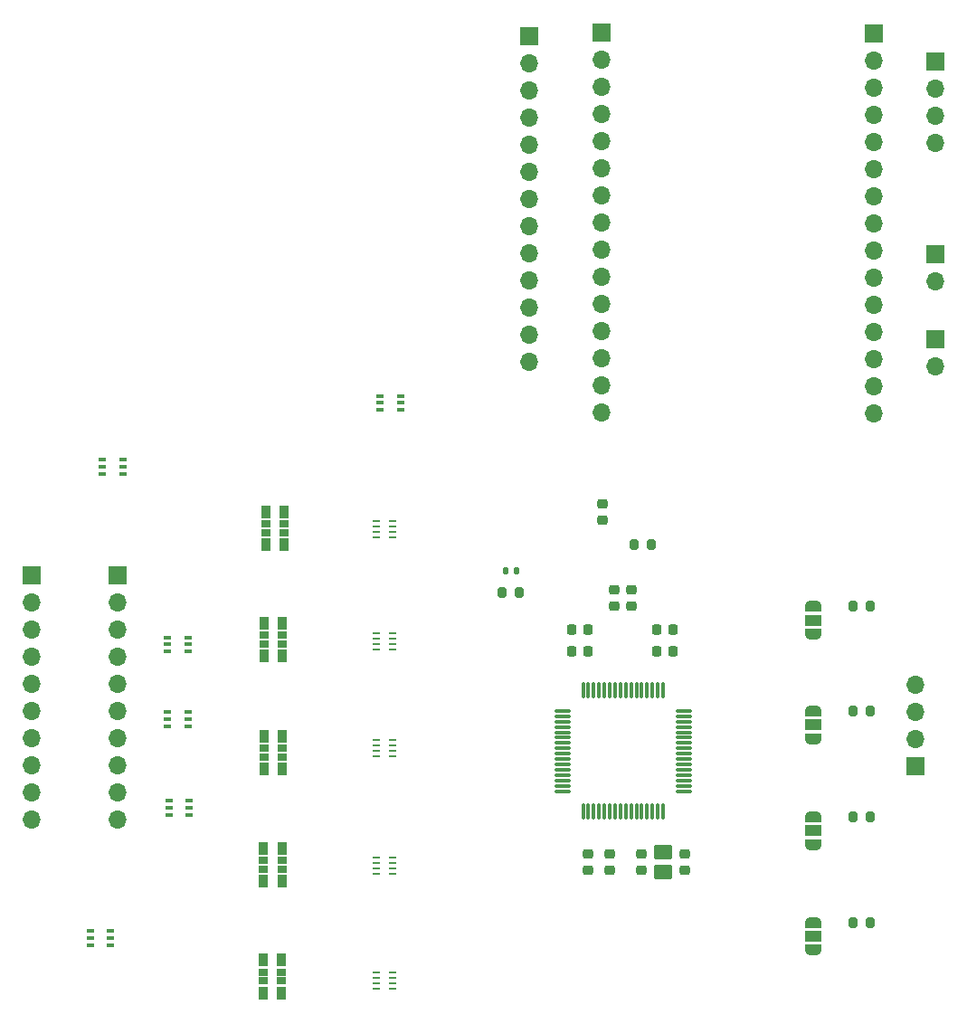
<source format=gbr>
%TF.GenerationSoftware,KiCad,Pcbnew,8.0.5*%
%TF.CreationDate,2025-02-18T14:06:23-08:00*%
%TF.ProjectId,eegw:ads1299,65656777-3a61-4647-9331-3239392e6b69,rev?*%
%TF.SameCoordinates,Original*%
%TF.FileFunction,Soldermask,Top*%
%TF.FilePolarity,Negative*%
%FSLAX46Y46*%
G04 Gerber Fmt 4.6, Leading zero omitted, Abs format (unit mm)*
G04 Created by KiCad (PCBNEW 8.0.5) date 2025-02-18 14:06:23*
%MOMM*%
%LPD*%
G01*
G04 APERTURE LIST*
G04 Aperture macros list*
%AMRoundRect*
0 Rectangle with rounded corners*
0 $1 Rounding radius*
0 $2 $3 $4 $5 $6 $7 $8 $9 X,Y pos of 4 corners*
0 Add a 4 corners polygon primitive as box body*
4,1,4,$2,$3,$4,$5,$6,$7,$8,$9,$2,$3,0*
0 Add four circle primitives for the rounded corners*
1,1,$1+$1,$2,$3*
1,1,$1+$1,$4,$5*
1,1,$1+$1,$6,$7*
1,1,$1+$1,$8,$9*
0 Add four rect primitives between the rounded corners*
20,1,$1+$1,$2,$3,$4,$5,0*
20,1,$1+$1,$4,$5,$6,$7,0*
20,1,$1+$1,$6,$7,$8,$9,0*
20,1,$1+$1,$8,$9,$2,$3,0*%
%AMFreePoly0*
4,1,19,0.550000,-0.750000,0.000000,-0.750000,0.000000,-0.744911,-0.071157,-0.744911,-0.207708,-0.704816,-0.327430,-0.627875,-0.420627,-0.520320,-0.479746,-0.390866,-0.500000,-0.250000,-0.500000,0.250000,-0.479746,0.390866,-0.420627,0.520320,-0.327430,0.627875,-0.207708,0.704816,-0.071157,0.744911,0.000000,0.744911,0.000000,0.750000,0.550000,0.750000,0.550000,-0.750000,0.550000,-0.750000,
$1*%
%AMFreePoly1*
4,1,19,0.000000,0.744911,0.071157,0.744911,0.207708,0.704816,0.327430,0.627875,0.420627,0.520320,0.479746,0.390866,0.500000,0.250000,0.500000,-0.250000,0.479746,-0.390866,0.420627,-0.520320,0.327430,-0.627875,0.207708,-0.704816,0.071157,-0.744911,0.000000,-0.744911,0.000000,-0.750000,-0.550000,-0.750000,-0.550000,0.750000,0.000000,0.750000,0.000000,0.744911,0.000000,0.744911,
$1*%
G04 Aperture macros list end*
%ADD10RoundRect,0.218750X0.256250X-0.218750X0.256250X0.218750X-0.256250X0.218750X-0.256250X-0.218750X0*%
%ADD11RoundRect,0.102000X-0.740000X0.550000X-0.740000X-0.550000X0.740000X-0.550000X0.740000X0.550000X0*%
%ADD12RoundRect,0.140000X-0.140000X-0.170000X0.140000X-0.170000X0.140000X0.170000X-0.140000X0.170000X0*%
%ADD13R,1.700000X1.700000*%
%ADD14O,1.700000X1.700000*%
%ADD15RoundRect,0.075000X-0.662500X-0.075000X0.662500X-0.075000X0.662500X0.075000X-0.662500X0.075000X0*%
%ADD16RoundRect,0.075000X-0.075000X-0.662500X0.075000X-0.662500X0.075000X0.662500X-0.075000X0.662500X0*%
%ADD17RoundRect,0.225000X0.225000X0.250000X-0.225000X0.250000X-0.225000X-0.250000X0.225000X-0.250000X0*%
%ADD18R,0.965200X1.244600*%
%ADD19R,0.965200X0.660400*%
%ADD20RoundRect,0.200000X-0.200000X-0.275000X0.200000X-0.275000X0.200000X0.275000X-0.200000X0.275000X0*%
%ADD21FreePoly0,90.000000*%
%ADD22R,1.500000X1.000000*%
%ADD23FreePoly1,90.000000*%
%ADD24R,0.685800X0.152400*%
%ADD25RoundRect,0.100000X0.225000X0.100000X-0.225000X0.100000X-0.225000X-0.100000X0.225000X-0.100000X0*%
%ADD26RoundRect,0.100000X-0.225000X-0.100000X0.225000X-0.100000X0.225000X0.100000X-0.225000X0.100000X0*%
%ADD27RoundRect,0.225000X0.250000X-0.225000X0.250000X0.225000X-0.250000X0.225000X-0.250000X-0.225000X0*%
%ADD28RoundRect,0.225000X-0.250000X0.225000X-0.250000X-0.225000X0.250000X-0.225000X0.250000X0.225000X0*%
%ADD29RoundRect,0.200000X0.200000X0.275000X-0.200000X0.275000X-0.200000X-0.275000X0.200000X-0.275000X0*%
G04 APERTURE END LIST*
D10*
%TO.C,FB1*%
X149800000Y-104587500D03*
X149800000Y-103012500D03*
%TD*%
D11*
%TO.C,C14*%
X155500000Y-135637000D03*
X155500000Y-137463000D03*
%TD*%
D12*
%TO.C,C4*%
X140782500Y-109325000D03*
X141742500Y-109325000D03*
%TD*%
D13*
%TO.C,J2*%
X142937500Y-59262500D03*
D14*
X142937500Y-61802500D03*
X142937500Y-64342500D03*
X142937500Y-66882500D03*
X142937500Y-69422500D03*
X142937500Y-71962500D03*
X142937500Y-74502500D03*
X142937500Y-77042500D03*
X142937500Y-79582500D03*
X142937500Y-82122500D03*
X142937500Y-84662500D03*
X142937500Y-87202500D03*
X142937500Y-89742500D03*
%TD*%
D15*
%TO.C,U6*%
X146087500Y-122412500D03*
X146087500Y-122912500D03*
X146087500Y-123412500D03*
X146087500Y-123912500D03*
X146087500Y-124412500D03*
X146087500Y-124912500D03*
X146087500Y-125412500D03*
X146087500Y-125912500D03*
X146087500Y-126412500D03*
X146087500Y-126912500D03*
X146087500Y-127412500D03*
X146087500Y-127912500D03*
X146087500Y-128412500D03*
X146087500Y-128912500D03*
X146087500Y-129412500D03*
X146087500Y-129912500D03*
D16*
X148000000Y-131825000D03*
X148500000Y-131825000D03*
X149000000Y-131825000D03*
X149500000Y-131825000D03*
X150000000Y-131825000D03*
X150500000Y-131825000D03*
X151000000Y-131825000D03*
X151500000Y-131825000D03*
X152000000Y-131825000D03*
X152500000Y-131825000D03*
X153000000Y-131825000D03*
X153500000Y-131825000D03*
X154000000Y-131825000D03*
X154500000Y-131825000D03*
X155000000Y-131825000D03*
X155500000Y-131825000D03*
D15*
X157412500Y-129912500D03*
X157412500Y-129412500D03*
X157412500Y-128912500D03*
X157412500Y-128412500D03*
X157412500Y-127912500D03*
X157412500Y-127412500D03*
X157412500Y-126912500D03*
X157412500Y-126412500D03*
X157412500Y-125912500D03*
X157412500Y-125412500D03*
X157412500Y-124912500D03*
X157412500Y-124412500D03*
X157412500Y-123912500D03*
X157412500Y-123412500D03*
X157412500Y-122912500D03*
X157412500Y-122412500D03*
D16*
X155500000Y-120500000D03*
X155000000Y-120500000D03*
X154500000Y-120500000D03*
X154000000Y-120500000D03*
X153500000Y-120500000D03*
X153000000Y-120500000D03*
X152500000Y-120500000D03*
X152000000Y-120500000D03*
X151500000Y-120500000D03*
X151000000Y-120500000D03*
X150500000Y-120500000D03*
X150000000Y-120500000D03*
X149500000Y-120500000D03*
X149000000Y-120500000D03*
X148500000Y-120500000D03*
X148000000Y-120500000D03*
%TD*%
D17*
%TO.C,C12*%
X156412500Y-114825000D03*
X154862500Y-114825000D03*
%TD*%
D18*
%TO.C,R10*%
X118048900Y-145733800D03*
D19*
X118048900Y-146855210D03*
X118048900Y-147684520D03*
D18*
X118048900Y-148807200D03*
X119801500Y-148807200D03*
D19*
X119801500Y-147685790D03*
X119801500Y-146856480D03*
D18*
X119801500Y-145733800D03*
%TD*%
%TO.C,R5*%
X118134900Y-124794500D03*
D19*
X118134900Y-125915910D03*
X118134900Y-126745220D03*
D18*
X118134900Y-127867900D03*
X119887500Y-127867900D03*
D19*
X119887500Y-126746490D03*
X119887500Y-125917180D03*
D18*
X119887500Y-124794500D03*
%TD*%
D13*
%TO.C,J3*%
X180937500Y-61662500D03*
D14*
X180937500Y-64202500D03*
X180937500Y-66742500D03*
X180937500Y-69282500D03*
%TD*%
D20*
%TO.C,R9*%
X173262500Y-132312500D03*
X174912500Y-132312500D03*
%TD*%
D13*
%TO.C,J1*%
X149712000Y-58952500D03*
D14*
X149712000Y-61492500D03*
X149712000Y-64032500D03*
X149712000Y-66572500D03*
X149712000Y-69112500D03*
X149712000Y-71652500D03*
X149712000Y-74192500D03*
X149712000Y-76732500D03*
X149712000Y-79272500D03*
X149712000Y-81812500D03*
X149712000Y-84352500D03*
X149712000Y-86892500D03*
X149712000Y-89432500D03*
X149712000Y-91972500D03*
X149712000Y-94512500D03*
%TD*%
D21*
%TO.C,JP1*%
X169587500Y-115212500D03*
D22*
X169587500Y-113912500D03*
D23*
X169587500Y-112612500D03*
%TD*%
D21*
%TO.C,JP4*%
X169587500Y-144812500D03*
D22*
X169587500Y-143512500D03*
D23*
X169587500Y-142212500D03*
%TD*%
D24*
%TO.C,C1*%
X128664000Y-104662500D03*
X128664000Y-105170500D03*
X128664000Y-105678500D03*
X128664000Y-106186500D03*
X130137200Y-106186500D03*
X130137200Y-105678500D03*
X130137200Y-105170500D03*
X130137200Y-104662500D03*
%TD*%
D20*
%TO.C,R2*%
X140412500Y-111325000D03*
X142062500Y-111325000D03*
%TD*%
D13*
%TO.C,J7*%
X96437500Y-109712500D03*
D14*
X96437500Y-112252500D03*
X96437500Y-114792500D03*
X96437500Y-117332500D03*
X96437500Y-119872500D03*
X96437500Y-122412500D03*
X96437500Y-124952500D03*
X96437500Y-127492500D03*
X96437500Y-130032500D03*
X96437500Y-132572500D03*
%TD*%
D25*
%TO.C,U2*%
X130912500Y-94212500D03*
X130912500Y-93562500D03*
X130912500Y-92912500D03*
X129012500Y-92912500D03*
X129012500Y-93562500D03*
X129012500Y-94212500D03*
%TD*%
D17*
%TO.C,C9*%
X148462500Y-114825000D03*
X146912500Y-114825000D03*
%TD*%
D21*
%TO.C,JP3*%
X169587500Y-134912500D03*
D22*
X169587500Y-133612500D03*
D23*
X169587500Y-132312500D03*
%TD*%
D26*
%TO.C,U5*%
X109136000Y-115532500D03*
X109136000Y-116182500D03*
X109136000Y-116832500D03*
X111036000Y-116832500D03*
X111036000Y-116182500D03*
X111036000Y-115532500D03*
%TD*%
D24*
%TO.C,C7*%
X128690800Y-125162500D03*
X128690800Y-125670500D03*
X128690800Y-126178500D03*
X128690800Y-126686500D03*
X130164000Y-126686500D03*
X130164000Y-126178500D03*
X130164000Y-125670500D03*
X130164000Y-125162500D03*
%TD*%
D26*
%TO.C,U7*%
X101887500Y-143032500D03*
X101887500Y-143682500D03*
X101887500Y-144332500D03*
X103787500Y-144332500D03*
X103787500Y-143682500D03*
X103787500Y-143032500D03*
%TD*%
D27*
%TO.C,C8*%
X157500000Y-137325000D03*
X157500000Y-135775000D03*
%TD*%
%TO.C,C16*%
X150500000Y-137325000D03*
X150500000Y-135775000D03*
%TD*%
D26*
%TO.C,U1*%
X103012500Y-98912500D03*
X103012500Y-99562500D03*
X103012500Y-100212500D03*
X104912500Y-100212500D03*
X104912500Y-99562500D03*
X104912500Y-98912500D03*
%TD*%
D27*
%TO.C,C10*%
X148500000Y-137325000D03*
X148500000Y-135775000D03*
%TD*%
D24*
%TO.C,C5*%
X128690800Y-115162500D03*
X128690800Y-115670500D03*
X128690800Y-116178500D03*
X128690800Y-116686500D03*
X130164000Y-116686500D03*
X130164000Y-116178500D03*
X130164000Y-115670500D03*
X130164000Y-115162500D03*
%TD*%
D18*
%TO.C,R6*%
X118096900Y-135270500D03*
D19*
X118096900Y-136391910D03*
X118096900Y-137221220D03*
D18*
X118096900Y-138343900D03*
X119849500Y-138343900D03*
D19*
X119849500Y-137222490D03*
X119849500Y-136393180D03*
D18*
X119849500Y-135270500D03*
%TD*%
D17*
%TO.C,C13*%
X156412500Y-116825000D03*
X154862500Y-116825000D03*
%TD*%
D18*
%TO.C,R1*%
X118286500Y-103770500D03*
D19*
X118286500Y-104891910D03*
X118286500Y-105721220D03*
D18*
X118286500Y-106843900D03*
X120039100Y-106843900D03*
D19*
X120039100Y-105722490D03*
X120039100Y-104893180D03*
D18*
X120039100Y-103770500D03*
%TD*%
D13*
%TO.C,J4*%
X175200000Y-59012500D03*
D14*
X175200000Y-61552500D03*
X175200000Y-64092500D03*
X175200000Y-66632500D03*
X175200000Y-69172500D03*
X175200000Y-71712500D03*
X175200000Y-74252500D03*
X175200000Y-76792500D03*
X175200000Y-79332500D03*
X175200000Y-81872500D03*
X175200000Y-84412500D03*
X175200000Y-86952500D03*
X175200000Y-89492500D03*
X175200000Y-92032500D03*
X175200000Y-94572500D03*
%TD*%
D24*
%TO.C,C17*%
X128690800Y-146900500D03*
X128690800Y-147408500D03*
X128690800Y-147916500D03*
X128690800Y-148424500D03*
X130164000Y-148424500D03*
X130164000Y-147916500D03*
X130164000Y-147408500D03*
X130164000Y-146900500D03*
%TD*%
D20*
%TO.C,R11*%
X173262500Y-142212500D03*
X174912500Y-142212500D03*
%TD*%
D17*
%TO.C,C11*%
X148462500Y-116825000D03*
X146912500Y-116825000D03*
%TD*%
D20*
%TO.C,R8*%
X173262500Y-122412500D03*
X174912500Y-122412500D03*
%TD*%
D28*
%TO.C,C3*%
X152500000Y-111050000D03*
X152500000Y-112600000D03*
%TD*%
D13*
%TO.C,J9*%
X179087500Y-127612500D03*
D14*
X179087500Y-125072500D03*
X179087500Y-122532500D03*
X179087500Y-119992500D03*
%TD*%
D13*
%TO.C,J5*%
X180937500Y-87662500D03*
D14*
X180937500Y-90202500D03*
%TD*%
D28*
%TO.C,C2*%
X150912500Y-111050000D03*
X150912500Y-112600000D03*
%TD*%
D29*
%TO.C,R4*%
X154425000Y-106800000D03*
X152775000Y-106800000D03*
%TD*%
D13*
%TO.C,J8*%
X104412500Y-109712500D03*
D14*
X104412500Y-112252500D03*
X104412500Y-114792500D03*
X104412500Y-117332500D03*
X104412500Y-119872500D03*
X104412500Y-122412500D03*
X104412500Y-124952500D03*
X104412500Y-127492500D03*
X104412500Y-130032500D03*
X104412500Y-132572500D03*
%TD*%
D21*
%TO.C,JP2*%
X169587500Y-125012500D03*
D22*
X169587500Y-123712500D03*
D23*
X169587500Y-122412500D03*
%TD*%
D13*
%TO.C,J6*%
X180937500Y-79662500D03*
D14*
X180937500Y-82202500D03*
%TD*%
D24*
%TO.C,C6*%
X128690800Y-136162500D03*
X128690800Y-136670500D03*
X128690800Y-137178500D03*
X128690800Y-137686500D03*
X130164000Y-137686500D03*
X130164000Y-137178500D03*
X130164000Y-136670500D03*
X130164000Y-136162500D03*
%TD*%
D20*
%TO.C,R3*%
X173262500Y-112612500D03*
X174912500Y-112612500D03*
%TD*%
D18*
%TO.C,R7*%
X118134900Y-114209800D03*
D19*
X118134900Y-115331210D03*
X118134900Y-116160520D03*
D18*
X118134900Y-117283200D03*
X119887500Y-117283200D03*
D19*
X119887500Y-116161790D03*
X119887500Y-115332480D03*
D18*
X119887500Y-114209800D03*
%TD*%
D26*
%TO.C,U3*%
X109236000Y-130832500D03*
X109236000Y-131482500D03*
X109236000Y-132132500D03*
X111136000Y-132132500D03*
X111136000Y-131482500D03*
X111136000Y-130832500D03*
%TD*%
D27*
%TO.C,C15*%
X153500000Y-137325000D03*
X153500000Y-135775000D03*
%TD*%
D26*
%TO.C,U4*%
X109136000Y-122532500D03*
X109136000Y-123182500D03*
X109136000Y-123832500D03*
X111036000Y-123832500D03*
X111036000Y-123182500D03*
X111036000Y-122532500D03*
%TD*%
M02*

</source>
